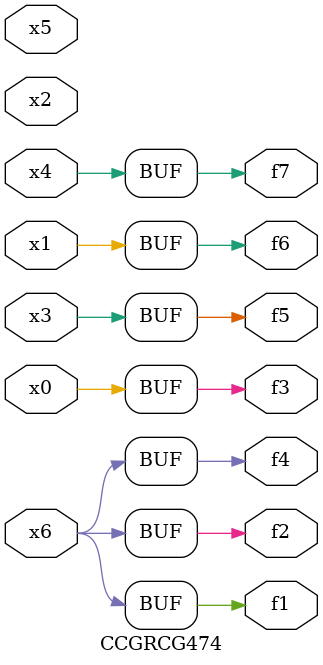
<source format=v>
module CCGRCG474(
	input x0, x1, x2, x3, x4, x5, x6,
	output f1, f2, f3, f4, f5, f6, f7
);
	assign f1 = x6;
	assign f2 = x6;
	assign f3 = x0;
	assign f4 = x6;
	assign f5 = x3;
	assign f6 = x1;
	assign f7 = x4;
endmodule

</source>
